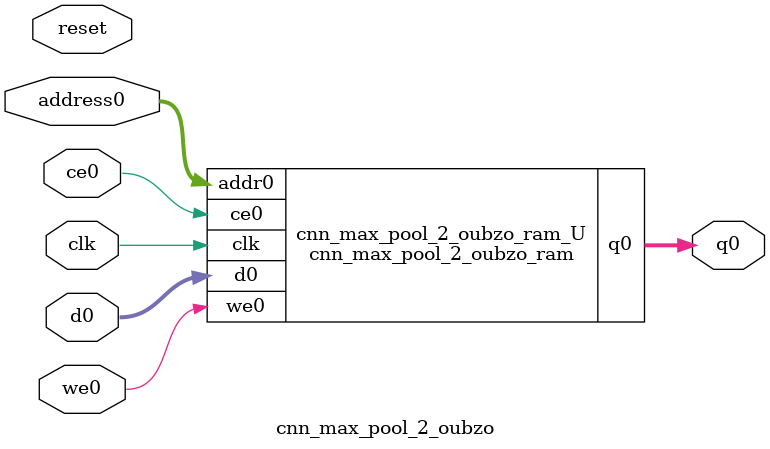
<source format=v>
`timescale 1 ns / 1 ps
module cnn_max_pool_2_oubzo_ram (addr0, ce0, d0, we0, q0,  clk);

parameter DWIDTH = 14;
parameter AWIDTH = 9;
parameter MEM_SIZE = 400;

input[AWIDTH-1:0] addr0;
input ce0;
input[DWIDTH-1:0] d0;
input we0;
output reg[DWIDTH-1:0] q0;
input clk;

(* ram_style = "block" *)reg [DWIDTH-1:0] ram[0:MEM_SIZE-1];




always @(posedge clk)  
begin 
    if (ce0) 
    begin
        if (we0) 
        begin 
            ram[addr0] <= d0; 
        end 
        q0 <= ram[addr0];
    end
end


endmodule

`timescale 1 ns / 1 ps
module cnn_max_pool_2_oubzo(
    reset,
    clk,
    address0,
    ce0,
    we0,
    d0,
    q0);

parameter DataWidth = 32'd14;
parameter AddressRange = 32'd400;
parameter AddressWidth = 32'd9;
input reset;
input clk;
input[AddressWidth - 1:0] address0;
input ce0;
input we0;
input[DataWidth - 1:0] d0;
output[DataWidth - 1:0] q0;



cnn_max_pool_2_oubzo_ram cnn_max_pool_2_oubzo_ram_U(
    .clk( clk ),
    .addr0( address0 ),
    .ce0( ce0 ),
    .we0( we0 ),
    .d0( d0 ),
    .q0( q0 ));

endmodule


</source>
